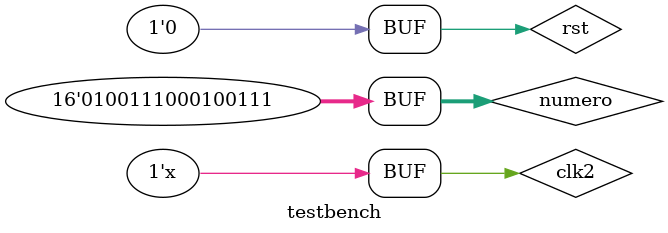
<source format=v>
`timescale 1ns / 1ps


module testbench;

	// Inputs

	reg [15:0] numero;
	reg clk2;
	reg rst;

	// Outputs
	wire [0:6] sseg;
	wire [4:0] an;
	

	// Instantiate the Unit Under Test (UUT)
	display uut (
	
		.num1(numero), 
		.clk(clk2), 
		.sseg(sseg), 
		.an(an), 
		.rst(rst)
	);

	initial begin
	
		// Initialize Inputs
		
		clk2= 0;
		rst = 1;
#20;	rst =0;
	
	numero = 20007;   

   	end   

	always #1 clk2 = ~clk2;

endmodule


</source>
